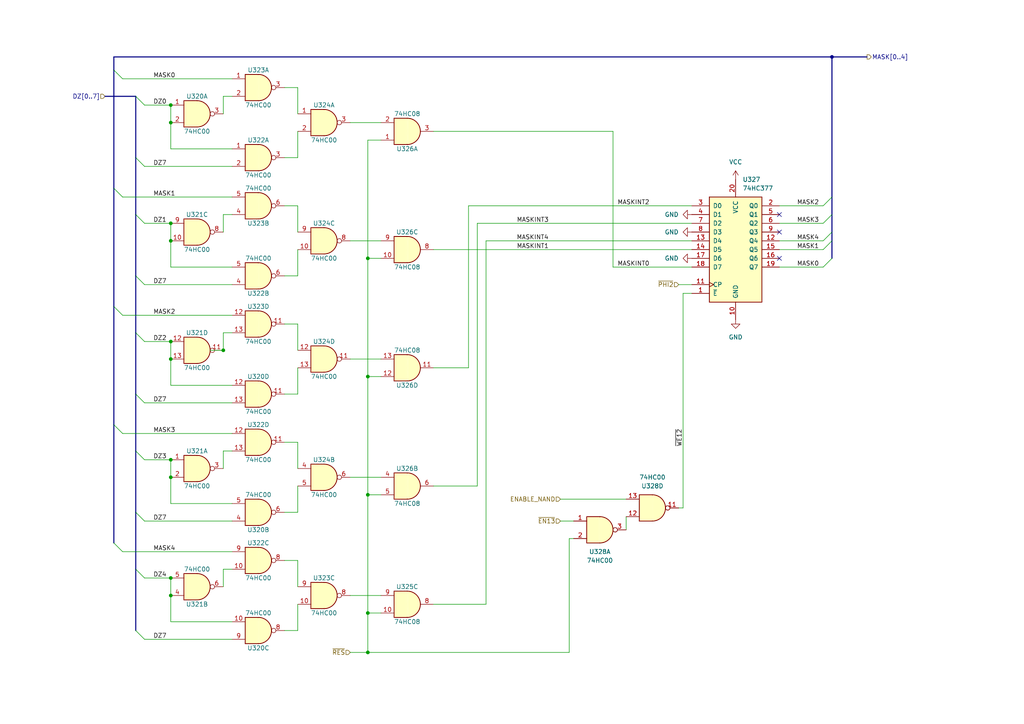
<source format=kicad_sch>
(kicad_sch (version 20211123) (generator eeschema)
  (paper "A4")
  (title_block (title "74HCT6526 Board 3") (date "2022-10-08") (rev "0.1.2") (company "Daniel Molina") (comment 1 "https://github.com/dmolinagarcia/74HCT6526"))
  (lib_symbols
    (symbol "74xx:74HC00" (pin_names (offset 1.016))
      (property "Reference" "U" (at 0 1.27 0))
      (property "Value" "74HC00" (at 0 -1.27 0))
      (symbol "74HC00_1_1"
        (arc (start 0 -3.81) (mid 3.81 0) (end 0 3.81) (stroke (width 0.254)) (fill (type background)))
        (polyline (pts (xy 0 3.81) (xy -3.81 3.81) (xy -3.81 -3.81) (xy 0 -3.81)) (stroke (width 0.254)) (fill (type background)))
        (pin input line (at -7.62 2.54 0) (length 3.81) (name "~") (number "1"))
        (pin input line (at -7.62 -2.54 0) (length 3.81) (name "~") (number "2"))
        (pin output inverted (at 7.62 0 180) (length 3.81) (name "~") (number "3"))
      )
      (symbol "74HC00_1_2"
        (arc (start -3.81 -3.81) (mid -2.589 0) (end -3.81 3.81) (stroke (width 0.254)))
        (arc (start -0.6096 -3.81) (mid 2.1842 -2.5851) (end 3.81 0) (stroke (width 0.254)) (fill (type background)))
        (polyline (pts (xy -3.81 -3.81) (xy -0.635 -3.81)) (stroke (width 0.254)) (fill (type background)))
        (polyline (pts (xy -3.81 3.81) (xy -0.635 3.81)) (stroke (width 0.254)) (fill (type background)))
        (polyline (pts (xy -0.635 3.81) (xy -3.81 3.81) (xy -3.81 3.81) (xy -3.556 3.4036) (xy -3.0226 2.2606) (xy -2.6924 1.0414) (xy -2.6162 -0.254) (xy -2.7686 -1.4986) (xy -3.175 -2.7178) (xy -3.81 -3.81) (xy -3.81 -3.81) (xy -0.635 -3.81)) (stroke (width -25.4)) (fill (type background)))
        (arc (start 3.81 0) (mid 2.1915 2.5936) (end -0.6096 3.81) (stroke (width 0.254)) (fill (type background)))
        (pin input inverted (at -7.62 2.54 0) (length 4.318) (name "~") (number "1"))
        (pin input inverted (at -7.62 -2.54 0) (length 4.318) (name "~") (number "2"))
        (pin output line (at 7.62 0 180) (length 3.81) (name "~") (number "3"))
      )
      (symbol "74HC00_2_1"
        (arc (start 0 -3.81) (mid 3.81 0) (end 0 3.81) (stroke (width 0.254)) (fill (type background)))
        (polyline (pts (xy 0 3.81) (xy -3.81 3.81) (xy -3.81 -3.81) (xy 0 -3.81)) (stroke (width 0.254)) (fill (type background)))
        (pin input line (at -7.62 2.54 0) (length 3.81) (name "~") (number "4"))
        (pin input line (at -7.62 -2.54 0) (length 3.81) (name "~") (number "5"))
        (pin output inverted (at 7.62 0 180) (length 3.81) (name "~") (number "6"))
      )
      (symbol "74HC00_2_2"
        (arc (start -3.81 -3.81) (mid -2.589 0) (end -3.81 3.81) (stroke (width 0.254)))
        (arc (start -0.6096 -3.81) (mid 2.1842 -2.5851) (end 3.81 0) (stroke (width 0.254)) (fill (type background)))
        (polyline (pts (xy -3.81 -3.81) (xy -0.635 -3.81)) (stroke (width 0.254)) (fill (type background)))
        (polyline (pts (xy -3.81 3.81) (xy -0.635 3.81)) (stroke (width 0.254)) (fill (type background)))
        (polyline (pts (xy -0.635 3.81) (xy -3.81 3.81) (xy -3.81 3.81) (xy -3.556 3.4036) (xy -3.0226 2.2606) (xy -2.6924 1.0414) (xy -2.6162 -0.254) (xy -2.7686 -1.4986) (xy -3.175 -2.7178) (xy -3.81 -3.81) (xy -3.81 -3.81) (xy -0.635 -3.81)) (stroke (width -25.4)) (fill (type background)))
        (arc (start 3.81 0) (mid 2.1915 2.5936) (end -0.6096 3.81) (stroke (width 0.254)) (fill (type background)))
        (pin input inverted (at -7.62 2.54 0) (length 4.318) (name "~") (number "4"))
        (pin input inverted (at -7.62 -2.54 0) (length 4.318) (name "~") (number "5"))
        (pin output line (at 7.62 0 180) (length 3.81) (name "~") (number "6"))
      )
      (symbol "74HC00_3_1"
        (arc (start 0 -3.81) (mid 3.81 0) (end 0 3.81) (stroke (width 0.254)) (fill (type background)))
        (polyline (pts (xy 0 3.81) (xy -3.81 3.81) (xy -3.81 -3.81) (xy 0 -3.81)) (stroke (width 0.254)) (fill (type background)))
        (pin input line (at -7.62 -2.54 0) (length 3.81) (name "~") (number "10"))
        (pin output inverted (at 7.62 0 180) (length 3.81) (name "~") (number "8"))
        (pin input line (at -7.62 2.54 0) (length 3.81) (name "~") (number "9"))
      )
      (symbol "74HC00_3_2"
        (arc (start -3.81 -3.81) (mid -2.589 0) (end -3.81 3.81) (stroke (width 0.254)))
        (arc (start -0.6096 -3.81) (mid 2.1842 -2.5851) (end 3.81 0) (stroke (width 0.254)) (fill (type background)))
        (polyline (pts (xy -3.81 -3.81) (xy -0.635 -3.81)) (stroke (width 0.254)) (fill (type background)))
        (polyline (pts (xy -3.81 3.81) (xy -0.635 3.81)) (stroke (width 0.254)) (fill (type background)))
        (polyline (pts (xy -0.635 3.81) (xy -3.81 3.81) (xy -3.81 3.81) (xy -3.556 3.4036) (xy -3.0226 2.2606) (xy -2.6924 1.0414) (xy -2.6162 -0.254) (xy -2.7686 -1.4986) (xy -3.175 -2.7178) (xy -3.81 -3.81) (xy -3.81 -3.81) (xy -0.635 -3.81)) (stroke (width -25.4)) (fill (type background)))
        (arc (start 3.81 0) (mid 2.1915 2.5936) (end -0.6096 3.81) (stroke (width 0.254)) (fill (type background)))
        (pin input inverted (at -7.62 -2.54 0) (length 4.318) (name "~") (number "10"))
        (pin output line (at 7.62 0 180) (length 3.81) (name "~") (number "8"))
        (pin input inverted (at -7.62 2.54 0) (length 4.318) (name "~") (number "9"))
      )
      (symbol "74HC00_4_1"
        (arc (start 0 -3.81) (mid 3.81 0) (end 0 3.81) (stroke (width 0.254)) (fill (type background)))
        (polyline (pts (xy 0 3.81) (xy -3.81 3.81) (xy -3.81 -3.81) (xy 0 -3.81)) (stroke (width 0.254)) (fill (type background)))
        (pin output inverted (at 7.62 0 180) (length 3.81) (name "~") (number "11"))
        (pin input line (at -7.62 2.54 0) (length 3.81) (name "~") (number "12"))
        (pin input line (at -7.62 -2.54 0) (length 3.81) (name "~") (number "13"))
      )
      (symbol "74HC00_4_2"
        (arc (start -3.81 -3.81) (mid -2.589 0) (end -3.81 3.81) (stroke (width 0.254)))
        (arc (start -0.6096 -3.81) (mid 2.1842 -2.5851) (end 3.81 0) (stroke (width 0.254)) (fill (type background)))
        (polyline (pts (xy -3.81 -3.81) (xy -0.635 -3.81)) (stroke (width 0.254)) (fill (type background)))
        (polyline (pts (xy -3.81 3.81) (xy -0.635 3.81)) (stroke (width 0.254)) (fill (type background)))
        (polyline (pts (xy -0.635 3.81) (xy -3.81 3.81) (xy -3.81 3.81) (xy -3.556 3.4036) (xy -3.0226 2.2606) (xy -2.6924 1.0414) (xy -2.6162 -0.254) (xy -2.7686 -1.4986) (xy -3.175 -2.7178) (xy -3.81 -3.81) (xy -3.81 -3.81) (xy -0.635 -3.81)) (stroke (width -25.4)) (fill (type background)))
        (arc (start 3.81 0) (mid 2.1915 2.5936) (end -0.6096 3.81) (stroke (width 0.254)) (fill (type background)))
        (pin output line (at 7.62 0 180) (length 3.81) (name "~") (number "11"))
        (pin input inverted (at -7.62 2.54 0) (length 4.318) (name "~") (number "12"))
        (pin input inverted (at -7.62 -2.54 0) (length 4.318) (name "~") (number "13"))
      )
      (symbol "74HC00_5_0"
        (pin power_in line (at 0 12.7 270) (length 5.08) (name "VCC") (number "14"))
        (pin power_in line (at 0 -12.7 90) (length 5.08) (name "GND") (number "7"))
      )
      (symbol "74HC00_5_1"
        (rectangle (start -5.08 7.62) (end 5.08 -7.62) (stroke (width 0.254)) (fill (type background)))
      )
    )
    (symbol "74xx:74LS377" (pin_names (offset 1.016))
      (property "Reference" "U" (at -7.62 16.51 0))
      (property "Value" "74LS377" (at -7.62 -16.51 0))
      (symbol "74LS377_1_0"
        (pin input line (at -12.7 -12.7 0) (length 5.08) (name "~{E}") (number "1"))
        (pin power_in line (at 0 -20.32 90) (length 5.08) (name "GND") (number "10"))
        (pin input clock (at -12.7 -10.16 0) (length 5.08) (name "CP") (number "11"))
        (pin output line (at 12.7 2.54 180) (length 5.08) (name "Q4") (number "12"))
        (pin input line (at -12.7 2.54 0) (length 5.08) (name "D4") (number "13"))
        (pin input line (at -12.7 0 0) (length 5.08) (name "D5") (number "14"))
        (pin output line (at 12.7 0 180) (length 5.08) (name "Q5") (number "15"))
        (pin output line (at 12.7 -2.54 180) (length 5.08) (name "Q6") (number "16"))
        (pin input line (at -12.7 -2.54 0) (length 5.08) (name "D6") (number "17"))
        (pin input line (at -12.7 -5.08 0) (length 5.08) (name "D7") (number "18"))
        (pin output line (at 12.7 -5.08 180) (length 5.08) (name "Q7") (number "19"))
        (pin output line (at 12.7 12.7 180) (length 5.08) (name "Q0") (number "2"))
        (pin power_in line (at 0 20.32 270) (length 5.08) (name "VCC") (number "20"))
        (pin input line (at -12.7 12.7 0) (length 5.08) (name "D0") (number "3"))
        (pin input line (at -12.7 10.16 0) (length 5.08) (name "D1") (number "4"))
        (pin output line (at 12.7 10.16 180) (length 5.08) (name "Q1") (number "5"))
        (pin output line (at 12.7 7.62 180) (length 5.08) (name "Q2") (number "6"))
        (pin input line (at -12.7 7.62 0) (length 5.08) (name "D2") (number "7"))
        (pin input line (at -12.7 5.08 0) (length 5.08) (name "D3") (number "8"))
        (pin output line (at 12.7 5.08 180) (length 5.08) (name "Q3") (number "9"))
      )
      (symbol "74LS377_1_1"
        (rectangle (start -7.62 15.24) (end 7.62 -15.24) (stroke (width 0.254)) (fill (type background)))
      )
    )
    (symbol "Custom 74xx:74HC08" (pin_names (offset 1.016))
      (property "Reference" "U" (at 0 1.27 0))
      (property "Value" "74HC08" (at 0 -1.27 0))
      (symbol "74HC08_1_1"
        (arc (start 0 -3.81) (mid 3.81 0) (end 0 3.81) (stroke (width 0.254)) (fill (type background)))
        (polyline (pts (xy 0 3.81) (xy -3.81 3.81) (xy -3.81 -3.81) (xy 0 -3.81)) (stroke (width 0.254)) (fill (type background)))
        (pin input line (at -7.62 2.54 0) (length 3.81) (name "~") (number "1"))
        (pin input line (at -7.62 -2.54 0) (length 3.81) (name "~") (number "2"))
        (pin output line (at 7.62 0 180) (length 3.81) (name "~") (number "3"))
      )
      (symbol "74HC08_1_2"
        (arc (start -3.81 -3.81) (mid -2.589 0) (end -3.81 3.81) (stroke (width 0.254)))
        (arc (start -0.6096 -3.81) (mid 2.1855 -2.584) (end 3.81 0) (stroke (width 0.254)) (fill (type background)))
        (polyline (pts (xy -3.81 -3.81) (xy -0.635 -3.81)) (stroke (width 0.254)) (fill (type background)))
        (polyline (pts (xy -3.81 3.81) (xy -0.635 3.81)) (stroke (width 0.254)) (fill (type background)))
        (polyline (pts (xy -0.635 3.81) (xy -3.81 3.81) (xy -3.81 3.81) (xy -3.556 3.4036) (xy -3.0226 2.2606) (xy -2.6924 1.0414) (xy -2.6162 -0.254) (xy -2.7686 -1.4986) (xy -3.175 -2.7178) (xy -3.81 -3.81) (xy -3.81 -3.81) (xy -0.635 -3.81)) (stroke (width -25.4)) (fill (type background)))
        (arc (start 3.81 0) (mid 2.1928 2.5925) (end -0.6096 3.81) (stroke (width 0.254)) (fill (type background)))
        (pin input inverted (at -7.62 2.54 0) (length 4.318) (name "~") (number "1"))
        (pin input inverted (at -7.62 -2.54 0) (length 4.318) (name "~") (number "2"))
        (pin output line (at 7.62 0 180) (length 3.81) (name "~") (number "3"))
      )
      (symbol "74HC08_2_1"
        (arc (start 0 -3.81) (mid 3.81 0) (end 0 3.81) (stroke (width 0.254)) (fill (type background)))
        (polyline (pts (xy 0 3.81) (xy -3.81 3.81) (xy -3.81 -3.81) (xy 0 -3.81)) (stroke (width 0.254)) (fill (type background)))
        (pin input line (at -7.62 2.54 0) (length 3.81) (name "~") (number "4"))
        (pin input line (at -7.62 -2.54 0) (length 3.81) (name "~") (number "5"))
        (pin output line (at 7.62 0 180) (length 3.81) (name "~") (number "6"))
      )
      (symbol "74HC08_2_2"
        (arc (start -3.81 -3.81) (mid -2.589 0) (end -3.81 3.81) (stroke (width 0.254)))
        (arc (start -0.6096 -3.81) (mid 2.1855 -2.584) (end 3.81 0) (stroke (width 0.254)) (fill (type background)))
        (polyline (pts (xy -3.81 -3.81) (xy -0.635 -3.81)) (stroke (width 0.254)) (fill (type background)))
        (polyline (pts (xy -3.81 3.81) (xy -0.635 3.81)) (stroke (width 0.254)) (fill (type background)))
        (polyline (pts (xy -0.635 3.81) (xy -3.81 3.81) (xy -3.81 3.81) (xy -3.556 3.4036) (xy -3.0226 2.2606) (xy -2.6924 1.0414) (xy -2.6162 -0.254) (xy -2.7686 -1.4986) (xy -3.175 -2.7178) (xy -3.81 -3.81) (xy -3.81 -3.81) (xy -0.635 -3.81)) (stroke (width -25.4)) (fill (type background)))
        (arc (start 3.81 0) (mid 2.1928 2.5925) (end -0.6096 3.81) (stroke (width 0.254)) (fill (type background)))
        (pin input inverted (at -7.62 2.54 0) (length 4.318) (name "~") (number "4"))
        (pin input inverted (at -7.62 -2.54 0) (length 4.318) (name "~") (number "5"))
        (pin output line (at 7.62 0 180) (length 3.81) (name "~") (number "6"))
      )
      (symbol "74HC08_3_1"
        (arc (start 0 -3.81) (mid 3.81 0) (end 0 3.81) (stroke (width 0.254)) (fill (type background)))
        (polyline (pts (xy 0 3.81) (xy -3.81 3.81) (xy -3.81 -3.81) (xy 0 -3.81)) (stroke (width 0.254)) (fill (type background)))
        (pin input line (at -7.62 -2.54 0) (length 3.81) (name "~") (number "10"))
        (pin output line (at 7.62 0 180) (length 3.81) (name "~") (number "8"))
        (pin input line (at -7.62 2.54 0) (length 3.81) (name "~") (number "9"))
      )
      (symbol "74HC08_3_2"
        (arc (start -3.81 -3.81) (mid -2.589 0) (end -3.81 3.81) (stroke (width 0.254)))
        (arc (start -0.6096 -3.81) (mid 2.1855 -2.584) (end 3.81 0) (stroke (width 0.254)) (fill (type background)))
        (polyline (pts (xy -3.81 -3.81) (xy -0.635 -3.81)) (stroke (width 0.254)) (fill (type background)))
        (polyline (pts (xy -3.81 3.81) (xy -0.635 3.81)) (stroke (width 0.254)) (fill (type background)))
        (polyline (pts (xy -0.635 3.81) (xy -3.81 3.81) (xy -3.81 3.81) (xy -3.556 3.4036) (xy -3.0226 2.2606) (xy -2.6924 1.0414) (xy -2.6162 -0.254) (xy -2.7686 -1.4986) (xy -3.175 -2.7178) (xy -3.81 -3.81) (xy -3.81 -3.81) (xy -0.635 -3.81)) (stroke (width -25.4)) (fill (type background)))
        (arc (start 3.81 0) (mid 2.1928 2.5925) (end -0.6096 3.81) (stroke (width 0.254)) (fill (type background)))
        (pin input inverted (at -7.62 -2.54 0) (length 4.318) (name "~") (number "10"))
        (pin output line (at 7.62 0 180) (length 3.81) (name "~") (number "8"))
        (pin input inverted (at -7.62 2.54 0) (length 4.318) (name "~") (number "9"))
      )
      (symbol "74HC08_4_1"
        (arc (start 0 -3.81) (mid 3.81 0) (end 0 3.81) (stroke (width 0.254)) (fill (type background)))
        (polyline (pts (xy 0 3.81) (xy -3.81 3.81) (xy -3.81 -3.81) (xy 0 -3.81)) (stroke (width 0.254)) (fill (type background)))
        (pin output line (at 7.62 0 180) (length 3.81) (name "~") (number "11"))
        (pin input line (at -7.62 2.54 0) (length 3.81) (name "~") (number "12"))
        (pin input line (at -7.62 -2.54 0) (length 3.81) (name "~") (number "13"))
      )
      (symbol "74HC08_4_2"
        (arc (start -3.81 -3.81) (mid -2.589 0) (end -3.81 3.81) (stroke (width 0.254)))
        (arc (start -0.6096 -3.81) (mid 2.1855 -2.584) (end 3.81 0) (stroke (width 0.254)) (fill (type background)))
        (polyline (pts (xy -3.81 -3.81) (xy -0.635 -3.81)) (stroke (width 0.254)) (fill (type background)))
        (polyline (pts (xy -3.81 3.81) (xy -0.635 3.81)) (stroke (width 0.254)) (fill (type background)))
        (polyline (pts (xy -0.635 3.81) (xy -3.81 3.81) (xy -3.81 3.81) (xy -3.556 3.4036) (xy -3.0226 2.2606) (xy -2.6924 1.0414) (xy -2.6162 -0.254) (xy -2.7686 -1.4986) (xy -3.175 -2.7178) (xy -3.81 -3.81) (xy -3.81 -3.81) (xy -0.635 -3.81)) (stroke (width -25.4)) (fill (type background)))
        (arc (start 3.81 0) (mid 2.1928 2.5925) (end -0.6096 3.81) (stroke (width 0.254)) (fill (type background)))
        (pin output line (at 7.62 0 180) (length 3.81) (name "~") (number "11"))
        (pin input inverted (at -7.62 2.54 0) (length 4.318) (name "~") (number "12"))
        (pin input inverted (at -7.62 -2.54 0) (length 4.318) (name "~") (number "13"))
      )
      (symbol "74HC08_5_0"
        (pin power_in line (at 0 12.7 270) (length 5.08) (name "VCC") (number "14"))
        (pin power_in line (at 0 -12.7 90) (length 5.08) (name "GND") (number "7"))
      )
      (symbol "74HC08_5_1"
        (rectangle (start -5.08 7.62) (end 5.08 -7.62) (stroke (width 0.254)) (fill (type background)))
      )
    )
    (symbol "power:GND" (power) (pin_names (offset 0))
      (property "Value" "GND" (at 0 -3.81 0))
      (symbol "GND_0_1"
        (polyline (pts (xy 0 0) (xy 0 -1.27) (xy 1.27 -1.27) (xy 0 -2.54) (xy -1.27 -1.27) (xy 0 -1.27)))
      )
      (symbol "GND_1_1"
        (pin power_in line (at 0 0 270) (length 0) hide (name "GND") (number "1"))
      )
    )
    (symbol "power:VCC" (power) (pin_names (offset 0))
      (property "Value" "VCC" (at 0 3.81 0))
      (symbol "VCC_0_1"
        (polyline (pts (xy -0.762 1.27) (xy 0 2.54)))
        (polyline (pts (xy 0 0) (xy 0 2.54)))
        (polyline (pts (xy 0 2.54) (xy 0.762 1.27)))
      )
      (symbol "VCC_1_1"
        (pin power_in line (at 0 0 90) (length 0) hide (name "VCC") (number "1"))
      )
    )
  )
  (junction (at 106.68 189.23))
  (junction (at 49.53 64.77))
  (junction (at 64.77 101.6))
  (junction (at 49.53 167.64))
  (junction (at 49.53 69.85))
  (junction (at 106.68 143.51))
  (junction (at 49.53 133.35))
  (junction (at 106.68 177.8))
  (junction (at 49.53 172.72))
  (junction (at 106.68 109.22))
  (junction (at 49.53 99.06))
  (junction (at 106.68 74.93))
  (junction (at 241.3 16.51))
  (junction (at 49.53 138.43))
  (junction (at 49.53 30.48))
  (junction (at 49.53 104.14))
  (junction (at 49.53 35.56))
  (no_connect (at 226.06 74.93))
  (no_connect (at 226.06 67.31))
  (no_connect (at 226.06 62.23))
  (bus_entry (at 39.37 182.88) (size 2.54 2.54))
  (bus_entry (at 39.37 148.59) (size 2.54 2.54))
  (bus_entry (at 39.37 45.72) (size 2.54 2.54))
  (bus_entry (at 39.37 80.01) (size 2.54 2.54))
  (bus_entry (at 39.37 114.3) (size 2.54 2.54))
  (bus_entry (at 39.37 96.52) (size 2.54 2.54))
  (bus_entry (at 39.37 130.81) (size 2.54 2.54))
  (bus_entry (at 33.02 88.9) (size 2.54 2.54))
  (bus_entry (at 241.3 62.23) (size -2.54 2.54))
  (bus_entry (at 241.3 57.15) (size -2.54 2.54))
  (bus_entry (at 33.02 157.48) (size 2.54 2.54))
  (bus_entry (at 39.37 27.94) (size 2.54 2.54))
  (bus_entry (at 33.02 123.19) (size 2.54 2.54))
  (bus_entry (at 39.37 165.1) (size 2.54 2.54))
  (bus_entry (at 241.3 69.85) (size -2.54 2.54))
  (bus_entry (at 39.37 62.23) (size 2.54 2.54))
  (bus_entry (at 33.02 54.61) (size 2.54 2.54))
  (bus_entry (at 33.02 20.32) (size 2.54 2.54))
  (bus_entry (at 241.3 67.31) (size -2.54 2.54))
  (bus_entry (at 241.3 74.93) (size -2.54 2.54))
  (bus (pts (xy 39.37 130.81) (xy 39.37 148.59)))
  (wire (pts (xy 86.36 25.4) (xy 86.36 33.02)))
  (bus (pts (xy 39.37 45.72) (xy 39.37 62.23)))
  (wire (pts (xy 82.55 25.4) (xy 86.36 25.4)))
  (wire (pts (xy 60.96 101.6) (xy 64.77 101.6)))
  (bus (pts (xy 33.02 123.19) (xy 33.02 157.48)))
  (wire (pts (xy 86.36 45.72) (xy 86.36 38.1)))
  (wire (pts (xy 64.77 135.89) (xy 64.77 130.81)))
  (wire (pts (xy 41.91 48.26) (xy 67.31 48.26)))
  (wire (pts (xy 49.53 77.47) (xy 67.31 77.47)))
  (wire (pts (xy 64.77 33.02) (xy 64.77 27.94)))
  (wire (pts (xy 82.55 182.88) (xy 86.36 182.88)))
  (wire (pts (xy 64.77 165.1) (xy 67.31 165.1)))
  (wire (pts (xy 101.6 69.85) (xy 110.49 69.85)))
  (wire (pts (xy 226.06 72.39) (xy 238.76 72.39)))
  (bus (pts (xy 241.3 57.15) (xy 241.3 62.23)))
  (wire (pts (xy 198.12 85.09) (xy 198.12 147.32)))
  (wire (pts (xy 49.53 99.06) (xy 49.53 104.14)))
  (wire (pts (xy 82.55 59.69) (xy 86.36 59.69)))
  (bus (pts (xy 241.3 69.85) (xy 241.3 74.93)))
  (wire (pts (xy 82.55 93.98) (xy 86.36 93.98)))
  (wire (pts (xy 49.53 35.56) (xy 49.53 43.18)))
  (wire (pts (xy 196.85 82.55) (xy 200.66 82.55)))
  (bus (pts (xy 241.3 16.51) (xy 241.3 57.15)))
  (wire (pts (xy 165.1 156.21) (xy 165.1 189.23)))
  (wire (pts (xy 125.73 38.1) (xy 177.8 38.1)))
  (wire (pts (xy 41.91 167.64) (xy 49.53 167.64)))
  (bus (pts (xy 33.02 16.51) (xy 33.02 20.32)))
  (wire (pts (xy 106.68 109.22) (xy 106.68 74.93)))
  (wire (pts (xy 41.91 185.42) (xy 67.31 185.42)))
  (wire (pts (xy 82.55 45.72) (xy 86.36 45.72)))
  (wire (pts (xy 49.53 43.18) (xy 67.31 43.18)))
  (wire (pts (xy 101.6 189.23) (xy 106.68 189.23)))
  (wire (pts (xy 64.77 96.52) (xy 67.31 96.52)))
  (wire (pts (xy 35.56 57.15) (xy 67.31 57.15)))
  (wire (pts (xy 106.68 143.51) (xy 106.68 109.22)))
  (wire (pts (xy 49.53 138.43) (xy 49.53 133.35)))
  (wire (pts (xy 64.77 62.23) (xy 67.31 62.23)))
  (wire (pts (xy 86.36 80.01) (xy 86.36 72.39)))
  (wire (pts (xy 49.53 146.05) (xy 67.31 146.05)))
  (wire (pts (xy 101.6 172.72) (xy 110.49 172.72)))
  (bus (pts (xy 39.37 148.59) (xy 39.37 165.1)))
  (wire (pts (xy 64.77 130.81) (xy 67.31 130.81)))
  (wire (pts (xy 82.55 114.3) (xy 86.36 114.3)))
  (wire (pts (xy 86.36 114.3) (xy 86.36 106.68)))
  (wire (pts (xy 49.53 111.76) (xy 67.31 111.76)))
  (wire (pts (xy 82.55 148.59) (xy 86.36 148.59)))
  (wire (pts (xy 64.77 67.31) (xy 64.77 62.23)))
  (wire (pts (xy 106.68 40.64) (xy 110.49 40.64)))
  (wire (pts (xy 41.91 99.06) (xy 49.53 99.06)))
  (wire (pts (xy 41.91 133.35) (xy 49.53 133.35)))
  (wire (pts (xy 41.91 151.13) (xy 67.31 151.13)))
  (wire (pts (xy 106.68 74.93) (xy 106.68 40.64)))
  (wire (pts (xy 35.56 91.44) (xy 67.31 91.44)))
  (wire (pts (xy 35.56 125.73) (xy 67.31 125.73)))
  (wire (pts (xy 49.53 69.85) (xy 49.53 77.47)))
  (wire (pts (xy 125.73 175.26) (xy 140.97 175.26)))
  (wire (pts (xy 49.53 64.77) (xy 49.53 69.85)))
  (bus (pts (xy 251.46 16.51) (xy 241.3 16.51)))
  (wire (pts (xy 86.36 128.27) (xy 86.36 135.89)))
  (wire (pts (xy 101.6 104.14) (xy 110.49 104.14)))
  (bus (pts (xy 241.3 67.31) (xy 241.3 69.85)))
  (wire (pts (xy 135.89 59.69) (xy 200.66 59.69)))
  (wire (pts (xy 49.53 167.64) (xy 49.53 172.72)))
  (bus (pts (xy 241.3 16.51) (xy 33.02 16.51)))
  (bus (pts (xy 33.02 88.9) (xy 33.02 123.19)))
  (wire (pts (xy 106.68 177.8) (xy 106.68 143.51)))
  (wire (pts (xy 140.97 69.85) (xy 200.66 69.85)))
  (wire (pts (xy 106.68 189.23) (xy 106.68 177.8)))
  (wire (pts (xy 162.56 151.13) (xy 166.37 151.13)))
  (wire (pts (xy 125.73 140.97) (xy 138.43 140.97)))
  (bus (pts (xy 39.37 80.01) (xy 39.37 96.52)))
  (wire (pts (xy 86.36 59.69) (xy 86.36 67.31)))
  (wire (pts (xy 106.68 109.22) (xy 110.49 109.22)))
  (wire (pts (xy 82.55 162.56) (xy 86.36 162.56)))
  (wire (pts (xy 86.36 93.98) (xy 86.36 101.6)))
  (bus (pts (xy 33.02 20.32) (xy 33.02 54.61)))
  (wire (pts (xy 135.89 59.69) (xy 135.89 106.68)))
  (wire (pts (xy 200.66 85.09) (xy 198.12 85.09)))
  (wire (pts (xy 86.36 162.56) (xy 86.36 170.18)))
  (wire (pts (xy 226.06 77.47) (xy 238.76 77.47)))
  (wire (pts (xy 49.53 172.72) (xy 49.53 180.34)))
  (wire (pts (xy 41.91 82.55) (xy 67.31 82.55)))
  (wire (pts (xy 35.56 22.86) (xy 67.31 22.86)))
  (wire (pts (xy 41.91 30.48) (xy 49.53 30.48)))
  (wire (pts (xy 226.06 64.77) (xy 238.76 64.77)))
  (wire (pts (xy 101.6 35.56) (xy 110.49 35.56)))
  (bus (pts (xy 241.3 62.23) (xy 241.3 67.31)))
  (wire (pts (xy 125.73 72.39) (xy 200.66 72.39)))
  (wire (pts (xy 181.61 153.67) (xy 181.61 149.86)))
  (wire (pts (xy 82.55 128.27) (xy 86.36 128.27)))
  (wire (pts (xy 101.6 138.43) (xy 110.49 138.43)))
  (wire (pts (xy 138.43 64.77) (xy 138.43 140.97)))
  (wire (pts (xy 106.68 74.93) (xy 110.49 74.93)))
  (wire (pts (xy 106.68 177.8) (xy 110.49 177.8)))
  (wire (pts (xy 41.91 64.77) (xy 49.53 64.77)))
  (wire (pts (xy 49.53 30.48) (xy 49.53 35.56)))
  (wire (pts (xy 82.55 80.01) (xy 86.36 80.01)))
  (wire (pts (xy 86.36 148.59) (xy 86.36 140.97)))
  (wire (pts (xy 140.97 175.26) (xy 140.97 69.85)))
  (wire (pts (xy 162.56 144.78) (xy 181.61 144.78)))
  (wire (pts (xy 226.06 59.69) (xy 238.76 59.69)))
  (wire (pts (xy 125.73 106.68) (xy 135.89 106.68)))
  (bus (pts (xy 30.48 27.94) (xy 39.37 27.94)))
  (wire (pts (xy 49.53 104.14) (xy 49.53 111.76)))
  (bus (pts (xy 39.37 165.1) (xy 39.37 182.88)))
  (wire (pts (xy 165.1 156.21) (xy 166.37 156.21)))
  (wire (pts (xy 49.53 180.34) (xy 67.31 180.34)))
  (wire (pts (xy 64.77 27.94) (xy 67.31 27.94)))
  (bus (pts (xy 39.37 27.94) (xy 39.37 45.72)))
  (wire (pts (xy 64.77 170.18) (xy 64.77 165.1)))
  (bus (pts (xy 39.37 96.52) (xy 39.37 114.3)))
  (wire (pts (xy 226.06 69.85) (xy 238.76 69.85)))
  (wire (pts (xy 49.53 138.43) (xy 49.53 146.05)))
  (wire (pts (xy 106.68 143.51) (xy 110.49 143.51)))
  (wire (pts (xy 177.8 38.1) (xy 177.8 77.47)))
  (bus (pts (xy 39.37 62.23) (xy 39.37 80.01)))
  (wire (pts (xy 64.77 101.6) (xy 64.77 96.52)))
  (bus (pts (xy 39.37 114.3) (xy 39.37 130.81)))
  (wire (pts (xy 35.56 160.02) (xy 67.31 160.02)))
  (wire (pts (xy 138.43 64.77) (xy 200.66 64.77)))
  (bus (pts (xy 33.02 54.61) (xy 33.02 88.9)))
  (wire (pts (xy 106.68 189.23) (xy 165.1 189.23)))
  (wire (pts (xy 177.8 77.47) (xy 200.66 77.47)))
  (wire (pts (xy 86.36 182.88) (xy 86.36 175.26)))
  (wire (pts (xy 198.12 147.32) (xy 196.85 147.32)))
  (wire (pts (xy 41.91 116.84) (xy 67.31 116.84)))
  (label "MASK3" (at 44.45 125.73 0))
  (label "DZ7" (at 44.45 116.84 0))
  (label "DZ2" (at 44.45 99.06 0))
  (label "DZ7" (at 44.45 48.26 0))
  (label "MASKINT1" (at 149.86 72.39 0))
  (label "MASK4" (at 231.14 69.85 0))
  (label "DZ7" (at 44.45 185.42 0))
  (label "DZ7" (at 44.45 151.13 0))
  (label "MASK1" (at 231.14 72.39 0))
  (label "DZ7" (at 44.45 82.55 0))
  (label "MASKINT3" (at 149.86 64.77 0))
  (label "MASK3" (at 231.14 64.77 0))
  (label "MASKINT4" (at 149.8246 69.85 0))
  (label "DZ3" (at 44.45 133.35 0))
  (label "DZ1" (at 44.45 64.77 0))
  (label "DZ0" (at 44.45 30.48 0))
  (label "MASK2" (at 44.45 91.44 0))
  (label "~{WE12}" (at 198.12 129.54 90))
  (label "MASK4" (at 44.45 160.02 0))
  (label "MASK0" (at 231.14 77.47 0))
  (label "MASKINT2" (at 179.07 59.69 0))
  (label "MASK1" (at 44.45 57.15 0))
  (label "DZ4" (at 44.45 167.64 0))
  (label "MASK2" (at 231.14 59.69 0))
  (label "MASK0" (at 44.45 22.86 0))
  (label "MASKINT0" (at 179.07 77.47 0))
  (hierarchical_label "DZ[0..7]" (shape input) (at 30.48 27.94 180))
  (hierarchical_label "~{EN13}" (shape input) (at 162.56 151.13 180))
  (hierarchical_label "ENABLE_NAND" (shape input) (at 162.56 144.78 180))
  (hierarchical_label "~{PHI2}" (shape input) (at 196.85 82.55 180))
  (hierarchical_label "~{RES}" (shape input) (at 101.6 189.23 180))
  (hierarchical_label "MASK[0..4]" (shape output) (at 251.46 16.51 0))
  (symbol (lib_id "74xx:74HC00") (at 74.93 128.27 0) (unit 4)
    (property "Reference" "U322" (at 74.93 123.19 0))
    (property "Value" "74HC00" (at 74.93 133.35 0))
    (property "Footprint" "Package_SO:SO-14_3.9x8.65mm_P1.27mm" (effects hide))
    (property "Datasheet" "http://www.ti.com/lit/gpn/sn74hc00" (effects hide))
  )
  (symbol (lib_id "Custom 74xx:74HC08") (at 118.11 175.26 0) (unit 3)
    (property "Reference" "U325" (at 118.11 170.18 0))
    (property "Value" "74HC08" (at 118.11 180.34 0))
    (property "Footprint" "Package_SO:SO-14_3.9x8.65mm_P1.27mm" (effects hide))
  )
  (symbol (lib_id "74xx:74HC00") (at 74.93 93.98 0) (unit 4)
    (property "Reference" "U323" (at 74.93 88.9 0))
    (property "Value" "74HC00" (at 74.93 99.06 0))
    (property "Footprint" "Package_SO:SO-14_3.9x8.65mm_P1.27mm" (effects hide))
    (property "Datasheet" "http://www.ti.com/lit/gpn/sn74hc00" (effects hide))
  )
  (symbol (lib_id "74xx:74HC00") (at 74.93 25.4 0) (unit 1)
    (property "Reference" "U323" (at 74.93 20.32 0))
    (property "Value" "74HC00" (at 74.93 30.48 0))
    (property "Footprint" "Package_SO:SO-14_3.9x8.65mm_P1.27mm" (effects hide))
    (property "Datasheet" "http://www.ti.com/lit/gpn/sn74hc00" (effects hide))
  )
  (symbol (lib_id "74xx:74HC00") (at 57.15 101.6 0) (unit 4)
    (property "Reference" "U321" (at 57.15 96.52 0))
    (property "Value" "74HC00" (at 57.15 106.68 0))
    (property "Footprint" "Package_SO:SO-14_3.9x8.65mm_P1.27mm" (effects hide))
    (property "Datasheet" "http://www.ti.com/lit/gpn/sn74hc00" (effects hide))
  )
  (symbol (lib_id "power:GND") (at 200.66 62.23 270) (unit 1)
    (property "Reference" "#PWR0357" (effects hide))
    (property "Value" "GND" (at 196.85 62.2299 90) (effects (justify right)))
  )
  (symbol (lib_id "power:GND") (at 200.66 74.93 270) (unit 1)
    (property "Reference" "#PWR0359" (effects hide))
    (property "Value" "GND" (at 196.85 74.9299 90) (effects (justify right)))
  )
  (symbol (lib_id "74xx:74HC00") (at 74.93 162.56 0) (unit 3)
    (property "Reference" "U322" (at 74.93 157.48 0))
    (property "Value" "74HC00" (at 74.93 167.64 0))
    (property "Footprint" "Package_SO:SO-14_3.9x8.65mm_P1.27mm" (effects hide))
    (property "Datasheet" "http://www.ti.com/lit/gpn/sn74hc00" (effects hide))
  )
  (symbol (lib_id "74xx:74LS377") (at 213.36 72.39 0) (unit 1)
    (property "Reference" "U327" (at 215.3794 52.07 0) (effects (justify left)))
    (property "Value" "74HC377" (at 215.3794 54.61 0) (effects (justify left)))
    (property "Footprint" "Package_SO:SOIC-20W_7.5x12.8mm_P1.27mm" (effects hide))
    (property "Datasheet" "http://www.ti.com/lit/gpn/sn74LS377" (effects hide))
  )
  (symbol (lib_id "74xx:74HC00") (at 57.15 67.31 0) (unit 3)
    (property "Reference" "U321" (at 57.15 62.23 0))
    (property "Value" "74HC00" (at 57.15 72.39 0))
    (property "Footprint" "Package_SO:SO-14_3.9x8.65mm_P1.27mm" (effects hide))
    (property "Datasheet" "http://www.ti.com/lit/gpn/sn74hc00" (effects hide))
  )
  (symbol (lib_id "74xx:74HC00") (at 93.98 172.72 0) (unit 3)
    (property "Reference" "U323" (at 93.98 167.64 0))
    (property "Value" "74HC00" (at 93.98 177.8 0))
    (property "Footprint" "Package_SO:SO-14_3.9x8.65mm_P1.27mm" (effects hide))
    (property "Datasheet" "http://www.ti.com/lit/gpn/sn74hc00" (effects hide))
  )
  (symbol (lib_id "power:GND") (at 213.36 92.71 0) (unit 1)
    (property "Reference" "#PWR0106" (effects hide))
    (property "Value" "GND" (at 213.36 97.79 0))
  )
  (symbol (lib_id "74xx:74HC00") (at 74.93 45.72 0) (unit 1)
    (property "Reference" "U322" (at 74.93 40.64 0))
    (property "Value" "74HC00" (at 74.93 50.8 0))
    (property "Footprint" "Package_SO:SO-14_3.9x8.65mm_P1.27mm" (effects hide))
    (property "Datasheet" "http://www.ti.com/lit/gpn/sn74hc00" (effects hide))
  )
  (symbol (lib_id "Custom 74xx:74HC08") (at 118.11 38.1 0) (mirror x) (unit 1)
    (property "Reference" "U326" (at 118.11 43.18 0))
    (property "Value" "74HC08" (at 118.11 33.02 0))
    (property "Footprint" "Package_SO:SO-14_3.9x8.65mm_P1.27mm" (effects hide))
  )
  (symbol (lib_id "74xx:74HC00") (at 93.98 104.14 0) (unit 4)
    (property "Reference" "U324" (at 93.98 99.06 0))
    (property "Value" "74HC00" (at 93.98 109.22 0))
    (property "Footprint" "Package_SO:SO-14_3.9x8.65mm_P1.27mm" (effects hide))
    (property "Datasheet" "http://www.ti.com/lit/gpn/sn74hc00" (effects hide))
  )
  (symbol (lib_id "power:GND") (at 200.66 67.31 270) (unit 1)
    (property "Reference" "#PWR0358" (effects hide))
    (property "Value" "GND" (at 196.85 67.3099 90) (effects (justify right)))
  )
  (symbol (lib_id "Custom 74xx:74HC08") (at 118.11 140.97 0) (unit 2)
    (property "Reference" "U326" (at 118.11 135.89 0))
    (property "Value" "74HC08" (at 118.11 146.05 0))
    (property "Footprint" "Package_SO:SO-14_3.9x8.65mm_P1.27mm" (effects hide))
  )
  (symbol (lib_id "74xx:74HC00") (at 173.99 153.67 0) (unit 1)
    (property "Reference" "U328" (at 173.99 160.02 0))
    (property "Value" "74HC00" (at 173.99 162.56 0))
    (property "Footprint" "Package_SO:SO-14_3.9x8.65mm_P1.27mm" (effects hide))
    (property "Datasheet" "http://www.ti.com/lit/gpn/sn74hc00" (effects hide))
  )
  (symbol (lib_id "74xx:74HC00") (at 93.98 138.43 0) (unit 2)
    (property "Reference" "U324" (at 93.98 133.35 0))
    (property "Value" "74HC00" (at 93.98 143.51 0))
    (property "Footprint" "Package_SO:SO-14_3.9x8.65mm_P1.27mm" (effects hide))
    (property "Datasheet" "http://www.ti.com/lit/gpn/sn74hc00" (effects hide))
  )
  (symbol (lib_id "74xx:74HC00") (at 74.93 114.3 0) (unit 4)
    (property "Reference" "U320" (at 74.93 109.22 0))
    (property "Value" "74HC00" (at 74.93 119.38 0))
    (property "Footprint" "Package_SO:SO-14_3.9x8.65mm_P1.27mm" (effects hide))
    (property "Datasheet" "http://www.ti.com/lit/gpn/sn74hc00" (effects hide))
  )
  (symbol (lib_id "74xx:74HC00") (at 74.93 59.69 0) (mirror x) (unit 2)
    (property "Reference" "U323" (at 74.93 64.77 0))
    (property "Value" "74HC00" (at 74.93 54.61 0))
    (property "Footprint" "Package_SO:SO-14_3.9x8.65mm_P1.27mm" (effects hide))
    (property "Datasheet" "http://www.ti.com/lit/gpn/sn74hc00" (effects hide))
  )
  (symbol (lib_id "74xx:74HC00") (at 57.15 135.89 0) (unit 1)
    (property "Reference" "U321" (at 57.15 130.81 0))
    (property "Value" "74HC00" (at 57.15 140.97 0))
    (property "Footprint" "Package_SO:SO-14_3.9x8.65mm_P1.27mm" (effects hide))
    (property "Datasheet" "http://www.ti.com/lit/gpn/sn74hc00" (effects hide))
  )
  (symbol (lib_id "74xx:74HC00") (at 57.15 170.18 0) (mirror x) (unit 2)
    (property "Reference" "U321" (at 57.15 175.26 0))
    (property "Value" "74HC00" (at 57.15 165.1 0))
    (property "Footprint" "Package_SO:SO-14_3.9x8.65mm_P1.27mm" (effects hide))
    (property "Datasheet" "http://www.ti.com/lit/gpn/sn74hc00" (effects hide))
  )
  (symbol (lib_id "74xx:74HC00") (at 93.98 69.85 0) (unit 3)
    (property "Reference" "U324" (at 93.98 64.77 0))
    (property "Value" "74HC00" (at 93.98 74.93 0))
    (property "Footprint" "Package_SO:SO-14_3.9x8.65mm_P1.27mm" (effects hide))
    (property "Datasheet" "http://www.ti.com/lit/gpn/sn74hc00" (effects hide))
  )
  (symbol (lib_id "Custom 74xx:74HC08") (at 118.11 106.68 0) (mirror x) (unit 4)
    (property "Reference" "U326" (at 118.11 111.76 0))
    (property "Value" "74HC08" (at 118.11 101.6 0))
    (property "Footprint" "Package_SO:SO-14_3.9x8.65mm_P1.27mm" (effects hide))
  )
  (symbol (lib_id "74xx:74HC00") (at 189.23 147.32 0) (mirror x) (unit 4)
    (property "Reference" "U328" (at 189.23 140.97 0))
    (property "Value" "74HC00" (at 189.23 138.43 0))
    (property "Footprint" "Package_SO:SO-14_3.9x8.65mm_P1.27mm" (effects hide))
    (property "Datasheet" "http://www.ti.com/lit/gpn/sn74hc00" (effects hide))
  )
  (symbol (lib_id "74xx:74HC00") (at 74.93 148.59 0) (mirror x) (unit 2)
    (property "Reference" "U320" (at 74.93 153.67 0))
    (property "Value" "74HC00" (at 74.93 143.51 0))
    (property "Footprint" "Package_SO:SO-14_3.9x8.65mm_P1.27mm" (effects hide))
    (property "Datasheet" "http://www.ti.com/lit/gpn/sn74hc00" (effects hide))
  )
  (symbol (lib_id "Custom 74xx:74HC08") (at 118.11 72.39 0) (unit 3)
    (property "Reference" "U326" (at 118.11 67.31 0))
    (property "Value" "74HC08" (at 118.11 77.47 0))
    (property "Footprint" "Package_SO:SO-14_3.9x8.65mm_P1.27mm" (effects hide))
  )
  (symbol (lib_id "74xx:74HC00") (at 74.93 182.88 0) (mirror x) (unit 3)
    (property "Reference" "U320" (at 74.93 187.96 0))
    (property "Value" "74HC00" (at 74.93 177.8 0))
    (property "Footprint" "Package_SO:SO-14_3.9x8.65mm_P1.27mm" (effects hide))
    (property "Datasheet" "http://www.ti.com/lit/gpn/sn74hc00" (effects hide))
  )
  (symbol (lib_id "74xx:74HC00") (at 74.93 80.01 0) (mirror x) (unit 2)
    (property "Reference" "U322" (at 74.93 85.09 0))
    (property "Value" "74HC00" (at 74.93 74.93 0))
    (property "Footprint" "Package_SO:SO-14_3.9x8.65mm_P1.27mm" (effects hide))
    (property "Datasheet" "http://www.ti.com/lit/gpn/sn74hc00" (effects hide))
  )
  (symbol (lib_id "power:VCC") (at 213.36 52.07 0) (unit 1)
    (property "Reference" "#PWR0105" (effects hide))
    (property "Value" "VCC" (at 213.36 46.99 0))
  )
  (symbol (lib_id "74xx:74HC00") (at 57.15 33.02 0) (unit 1)
    (property "Reference" "U320" (at 57.15 27.94 0))
    (property "Value" "74HC00" (at 57.15 38.1 0))
    (property "Footprint" "Package_SO:SO-14_3.9x8.65mm_P1.27mm" (effects hide))
    (property "Datasheet" "http://www.ti.com/lit/gpn/sn74hc00" (effects hide))
  )
  (symbol (lib_id "74xx:74HC00") (at 93.98 35.56 0) (unit 1)
    (property "Reference" "U324" (at 93.98 30.48 0))
    (property "Value" "74HC00" (at 93.98 40.64 0))
    (property "Footprint" "Package_SO:SO-14_3.9x8.65mm_P1.27mm" (effects hide))
    (property "Datasheet" "http://www.ti.com/lit/gpn/sn74hc00" (effects hide))
  )
)
</source>
